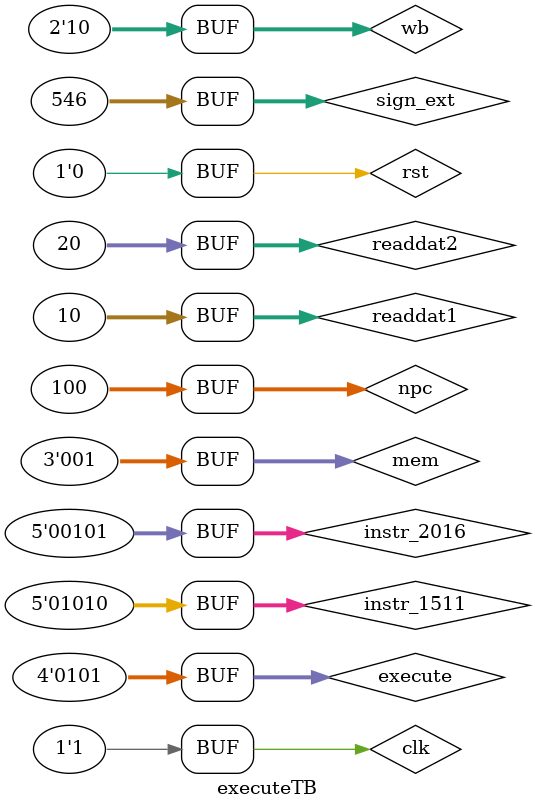
<source format=v>
module executeTB();
	reg clk, rst;
	reg [1:0] wb;
	reg [2:0] mem;
	reg [3:0] execute;
	reg [31:0] npc, readdat1, readdat2, sign_ext;
	reg [4:0] instr_2016, instr_1511;
	wire [1:0] wb_out;
	wire branch, memread, memwrite;
	wire [31:0] addOUT;
	wire zero;
	wire [31:0] aluOUT, readdat2OUT;
	wire [4:0] mux5OUT;

    execute uut (
	    clk, rst, wb, mem, execute, npc, readdat1, readdat2,
	    sign_ext, instr_2016, instr_1511, wb_out, branch, memread,
	    memwrite, addOUT, zero, aluOUT, readdat2OUT, mux5OUT
            );
 initial begin
   $dumpfile("dump.vcd");
   $dumpvars(0, executeTB);
   end
    
    initial begin
        clk = 0;
        repeat (75)#5 clk = ~clk;
    end

    initial begin
	    wb = 2'b00;
	mem = 2'b00;
	npc = 32'd000;
	readdat1 = 32'd00;
	readdat2 = 32'd00;
	sign_ext = 32'd00;
	instr_2016 = 5'd0;
	instr_1511 = 5'd0;
	execute = 4'b0000;

	rst = 1;
	    #10;
	rst = 0;
	#15;
	wb = 2'b10;
	mem = 2'b01;
	npc = 32'd100;
	readdat1 = 32'd10;
	readdat2 = 32'd20;
	sign_ext = 32'd2080;
	instr_2016 = 5'd5;
	instr_1511 = 5'd10;
	execute = 4'b1011;

                #15;
	execute = 4'b0101;
	sign_ext = 32'd546;
	
    end
endmodule

</source>
